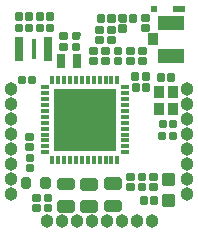
<source format=gbr>
G04 EAGLE Gerber RS-274X export*
G75*
%MOMM*%
%FSLAX34Y34*%
%LPD*%
%INSoldermask Top*%
%IPPOS*%
%AMOC8*
5,1,8,0,0,1.08239X$1,22.5*%
G01*
%ADD10R,0.356838X0.716838*%
%ADD11R,0.716838X0.356838*%
%ADD12R,5.266838X5.266838*%
%ADD13C,0.616838*%
%ADD14C,0.400669*%
%ADD15C,0.614259*%
%ADD16C,0.516897*%
%ADD17R,0.966838X1.066838*%
%ADD18C,0.387531*%
%ADD19C,1.132838*%
%ADD20R,0.716838X1.216838*%
%ADD21R,0.676837X0.466838*%
%ADD22R,0.316837X1.716838*%
%ADD23C,0.413228*%
%ADD24R,2.316838X1.166837*%
%ADD25R,0.916838X1.116838*%
%ADD26R,0.616838X0.616838*%
%ADD27R,1.016838X0.616838*%


D10*
X89957Y117959D03*
X84957Y117959D03*
X79957Y117959D03*
X74957Y117959D03*
X69957Y117959D03*
X64957Y117959D03*
X59957Y117959D03*
X54957Y117959D03*
X49957Y117959D03*
X44957Y117959D03*
X39957Y117959D03*
X34957Y117959D03*
D11*
X28457Y111459D03*
X28457Y106459D03*
X28457Y101459D03*
X28457Y96459D03*
X28457Y91459D03*
X28457Y86459D03*
X28457Y81459D03*
X28457Y76459D03*
X28457Y71459D03*
X28457Y66459D03*
X28457Y61459D03*
X28457Y56459D03*
D10*
X34957Y49959D03*
X39957Y49959D03*
X44957Y49959D03*
X49957Y49959D03*
X54957Y49959D03*
X59957Y49959D03*
X64957Y49959D03*
X69957Y49959D03*
X74957Y49959D03*
X79957Y49959D03*
X84957Y49959D03*
X89957Y49959D03*
D11*
X96457Y56459D03*
X96457Y61459D03*
X96457Y66459D03*
X96457Y71459D03*
X96457Y76459D03*
X96457Y81459D03*
X96457Y86459D03*
X96457Y91459D03*
X96457Y96459D03*
X96457Y101459D03*
X96457Y106459D03*
X96457Y111459D03*
D12*
X62457Y83959D03*
D13*
X39207Y71359D03*
X39207Y83959D03*
X39207Y96559D03*
X85707Y71359D03*
X85707Y83959D03*
X85707Y96559D03*
X49857Y60709D03*
X62457Y60709D03*
X75057Y60709D03*
X49857Y107209D03*
X62457Y107209D03*
X75057Y107209D03*
X49857Y83959D03*
X62457Y83705D03*
X75057Y83959D03*
X49857Y71359D03*
X62457Y71359D03*
X75057Y71359D03*
X49857Y96559D03*
X62457Y96559D03*
X75057Y96559D03*
D14*
X19304Y10758D02*
X19304Y8196D01*
X19304Y10758D02*
X22466Y10758D01*
X22466Y8196D01*
X19304Y8196D01*
X22466Y16796D02*
X22466Y19358D01*
X22466Y16796D02*
X19304Y16796D01*
X19304Y19358D01*
X22466Y19358D01*
X29226Y10830D02*
X29226Y8268D01*
X29226Y10830D02*
X32388Y10830D01*
X32388Y8268D01*
X29226Y8268D01*
X32388Y16868D02*
X32388Y19430D01*
X32388Y16868D02*
X29226Y16868D01*
X29226Y19430D01*
X32388Y19430D01*
X121486Y34879D02*
X121486Y37441D01*
X121486Y34879D02*
X118324Y34879D01*
X118324Y37441D01*
X121486Y37441D01*
X118324Y28841D02*
X118324Y26279D01*
X118324Y28841D02*
X121486Y28841D01*
X121486Y26279D01*
X118324Y26279D01*
X108772Y26304D02*
X108772Y28866D01*
X111934Y28866D01*
X111934Y26304D01*
X108772Y26304D01*
X111934Y34904D02*
X111934Y37466D01*
X111934Y34904D02*
X108772Y34904D01*
X108772Y37466D01*
X111934Y37466D01*
X13880Y42132D02*
X13880Y44694D01*
X17042Y44694D01*
X17042Y42132D01*
X13880Y42132D01*
X17042Y50732D02*
X17042Y53294D01*
X17042Y50732D02*
X13880Y50732D01*
X13880Y53294D01*
X17042Y53294D01*
X56189Y153751D02*
X56194Y156312D01*
X56189Y153751D02*
X53028Y153756D01*
X53033Y156317D01*
X56194Y156312D01*
X53018Y147717D02*
X53013Y145156D01*
X53018Y147717D02*
X56179Y147712D01*
X56174Y145151D01*
X53013Y145156D01*
X45186Y153681D02*
X45186Y156243D01*
X45186Y153681D02*
X42024Y153681D01*
X42024Y156243D01*
X45186Y156243D01*
X42024Y147643D02*
X42024Y145081D01*
X42024Y147643D02*
X45186Y147643D01*
X45186Y145081D01*
X42024Y145081D01*
X18771Y116594D02*
X16209Y116594D01*
X16209Y119756D01*
X18771Y119756D01*
X18771Y116594D01*
X10171Y119756D02*
X7609Y119756D01*
X10171Y119756D02*
X10171Y116594D01*
X7609Y116594D01*
X7609Y119756D01*
X16976Y71060D02*
X16976Y68498D01*
X13814Y68498D01*
X13814Y71060D01*
X16976Y71060D01*
X13814Y62460D02*
X13814Y59898D01*
X13814Y62460D02*
X16976Y62460D01*
X16976Y59898D01*
X13814Y59898D01*
X126343Y72179D02*
X128905Y72179D01*
X128905Y69017D01*
X126343Y69017D01*
X126343Y72179D01*
X134943Y69017D02*
X137505Y69017D01*
X134943Y69017D02*
X134943Y72179D01*
X137505Y72179D01*
X137505Y69017D01*
X102340Y37454D02*
X102340Y34892D01*
X99178Y34892D01*
X99178Y37454D01*
X102340Y37454D01*
X99178Y28854D02*
X99178Y26292D01*
X99178Y28854D02*
X102340Y28854D01*
X102340Y26292D01*
X99178Y26292D01*
D15*
X90377Y27584D02*
X90377Y32610D01*
X90377Y27584D02*
X81151Y27584D01*
X81151Y32610D01*
X90377Y32610D01*
X81151Y13910D02*
X81151Y8884D01*
X81151Y13910D02*
X90377Y13910D01*
X90377Y8884D01*
X81151Y8884D01*
X41227Y8824D02*
X41227Y13850D01*
X50453Y13850D01*
X50453Y8824D01*
X41227Y8824D01*
X50453Y27524D02*
X50453Y32550D01*
X50453Y27524D02*
X41227Y27524D01*
X41227Y32550D01*
X50453Y32550D01*
D14*
X104145Y113061D02*
X106707Y113061D01*
X106707Y109899D01*
X104145Y109899D01*
X104145Y113061D01*
X112745Y109899D02*
X115307Y109899D01*
X112745Y109899D02*
X112745Y113061D01*
X115307Y113061D01*
X115307Y109899D01*
X106102Y122757D02*
X103540Y122757D01*
X106102Y122757D02*
X106102Y119595D01*
X103540Y119595D01*
X103540Y122757D01*
X112140Y119595D02*
X114702Y119595D01*
X112140Y119595D02*
X112140Y122757D01*
X114702Y122757D01*
X114702Y119595D01*
D16*
X14431Y33179D02*
X10531Y33179D01*
X14431Y33179D02*
X14431Y27879D01*
X10531Y27879D01*
X10531Y33179D01*
X10531Y32790D02*
X14431Y32790D01*
X26931Y27879D02*
X30831Y27879D01*
X26931Y27879D02*
X26931Y33179D01*
X30831Y33179D01*
X30831Y27879D01*
X30831Y32790D02*
X26931Y32790D01*
D15*
X70457Y32517D02*
X70457Y27491D01*
X61231Y27491D01*
X61231Y32517D01*
X70457Y32517D01*
X61231Y13817D02*
X61231Y8791D01*
X61231Y13817D02*
X70457Y13817D01*
X70457Y8791D01*
X61231Y8791D01*
D17*
X125544Y107328D03*
X125544Y92828D03*
X137044Y92828D03*
X137044Y107328D03*
D18*
X81372Y132492D02*
X81372Y135186D01*
X81372Y132492D02*
X78078Y132492D01*
X78078Y135186D01*
X81372Y135186D01*
X81372Y141132D02*
X81372Y143826D01*
X81372Y141132D02*
X78078Y141132D01*
X78078Y143826D01*
X81372Y143826D01*
X71144Y135267D02*
X71144Y132573D01*
X67850Y132573D01*
X67850Y135267D01*
X71144Y135267D01*
X71144Y141213D02*
X71144Y143907D01*
X71144Y141213D02*
X67850Y141213D01*
X67850Y143907D01*
X71144Y143907D01*
X109056Y144030D02*
X109056Y141336D01*
X109056Y144030D02*
X112350Y144030D01*
X112350Y141336D01*
X109056Y141336D01*
X109056Y135390D02*
X109056Y132696D01*
X109056Y135390D02*
X112350Y135390D01*
X112350Y132696D01*
X109056Y132696D01*
X91703Y132596D02*
X91703Y135290D01*
X91703Y132596D02*
X88409Y132596D01*
X88409Y135290D01*
X91703Y135290D01*
X91703Y141236D02*
X91703Y143930D01*
X91703Y141236D02*
X88409Y141236D01*
X88409Y143930D01*
X91703Y143930D01*
X72484Y159041D02*
X72484Y161735D01*
X75778Y161735D01*
X75778Y159041D01*
X72484Y159041D01*
X72484Y153095D02*
X72484Y150401D01*
X72484Y153095D02*
X75778Y153095D01*
X75778Y150401D01*
X72484Y150401D01*
X92927Y168751D02*
X95621Y168751D01*
X92927Y168751D02*
X92927Y172045D01*
X95621Y172045D01*
X95621Y168751D01*
X101567Y168751D02*
X104261Y168751D01*
X101567Y168751D02*
X101567Y172045D01*
X104261Y172045D01*
X104261Y168751D01*
X101939Y135290D02*
X101939Y132596D01*
X98645Y132596D01*
X98645Y135290D01*
X101939Y135290D01*
X101939Y141236D02*
X101939Y143930D01*
X101939Y141236D02*
X98645Y141236D01*
X98645Y143930D01*
X101939Y143930D01*
X86179Y150581D02*
X86179Y153275D01*
X86179Y150581D02*
X82885Y150581D01*
X82885Y153275D01*
X86179Y153275D01*
X86179Y159221D02*
X86179Y161915D01*
X86179Y159221D02*
X82885Y159221D01*
X82885Y161915D01*
X86179Y161915D01*
X77237Y168775D02*
X74543Y168775D01*
X74543Y172069D01*
X77237Y172069D01*
X77237Y168775D01*
X83183Y168775D02*
X85877Y168775D01*
X83183Y168775D02*
X83183Y172069D01*
X85877Y172069D01*
X85877Y168775D01*
X135161Y82453D02*
X137855Y82453D01*
X137855Y79159D01*
X135161Y79159D01*
X135161Y82453D01*
X129215Y82453D02*
X126521Y82453D01*
X129215Y82453D02*
X129215Y79159D01*
X126521Y79159D01*
X126521Y82453D01*
X127514Y118825D02*
X124820Y118825D01*
X124820Y122119D01*
X127514Y122119D01*
X127514Y118825D01*
X133460Y118825D02*
X136154Y118825D01*
X133460Y118825D02*
X133460Y122119D01*
X136154Y122119D01*
X136154Y118825D01*
D19*
X149067Y72065D03*
X149067Y84765D03*
X149067Y59365D03*
X149067Y97465D03*
X149067Y46665D03*
X149067Y110165D03*
X149067Y33965D03*
X149067Y21265D03*
X80830Y-1511D03*
X93530Y-1511D03*
X68130Y-1511D03*
X106230Y-1511D03*
X55430Y-1511D03*
X118930Y-1511D03*
X42730Y-1511D03*
X30030Y-1511D03*
X247Y71818D03*
X247Y84518D03*
X247Y59118D03*
X247Y97218D03*
X247Y46418D03*
X247Y109918D03*
X247Y33718D03*
X247Y21018D03*
D20*
X55922Y133747D03*
X41922Y133747D03*
D21*
X31590Y136432D03*
X31590Y141432D03*
X31590Y146432D03*
X31590Y151432D03*
X6890Y151432D03*
X6890Y146432D03*
X6890Y141432D03*
X6890Y136432D03*
D22*
X19240Y143932D03*
D14*
X7156Y163585D02*
X4594Y163585D01*
X7156Y163585D02*
X7156Y160423D01*
X4594Y160423D01*
X4594Y163585D01*
X13194Y160423D02*
X15756Y160423D01*
X13194Y160423D02*
X13194Y163585D01*
X15756Y163585D01*
X15756Y160423D01*
X22371Y173204D02*
X24933Y173204D01*
X24933Y170042D01*
X22371Y170042D01*
X22371Y173204D01*
X30971Y170042D02*
X33533Y170042D01*
X30971Y170042D02*
X30971Y173204D01*
X33533Y173204D01*
X33533Y170042D01*
X24955Y163624D02*
X22393Y163624D01*
X24955Y163624D02*
X24955Y160462D01*
X22393Y160462D01*
X22393Y163624D01*
X30993Y160462D02*
X33555Y160462D01*
X30993Y160462D02*
X30993Y163624D01*
X33555Y163624D01*
X33555Y160462D01*
D23*
X129398Y30139D02*
X136434Y30139D01*
X129398Y30139D02*
X129398Y37175D01*
X136434Y37175D01*
X136434Y30139D01*
X136434Y34064D02*
X129398Y34064D01*
X129398Y12599D02*
X136434Y12599D01*
X129398Y12599D02*
X129398Y19635D01*
X136434Y19635D01*
X136434Y12599D01*
X136434Y16524D02*
X129398Y16524D01*
D14*
X113229Y17637D02*
X110667Y17637D01*
X113229Y17637D02*
X113229Y14475D01*
X110667Y14475D01*
X110667Y17637D01*
X119267Y14475D02*
X121829Y14475D01*
X119267Y14475D02*
X119267Y17637D01*
X121829Y17637D01*
X121829Y14475D01*
X7326Y173236D02*
X4764Y173236D01*
X7326Y173236D02*
X7326Y170074D01*
X4764Y170074D01*
X4764Y173236D01*
X13364Y170074D02*
X15926Y170074D01*
X13364Y170074D02*
X13364Y173236D01*
X15926Y173236D01*
X15926Y170074D01*
D18*
X114647Y163527D02*
X114647Y160833D01*
X111353Y160833D01*
X111353Y163527D01*
X114647Y163527D01*
X114647Y169473D02*
X114647Y172167D01*
X114647Y169473D02*
X111353Y169473D01*
X111353Y172167D01*
X114647Y172167D01*
D24*
X135500Y138250D03*
X135500Y165750D03*
D25*
X120250Y152000D03*
D18*
X92543Y169042D02*
X92543Y171736D01*
X95837Y171736D01*
X95837Y169042D01*
X92543Y169042D01*
X92543Y163096D02*
X92543Y160402D01*
X92543Y163096D02*
X95837Y163096D01*
X95837Y160402D01*
X92543Y160402D01*
D26*
X121219Y177513D03*
D27*
X142263Y177498D03*
M02*

</source>
